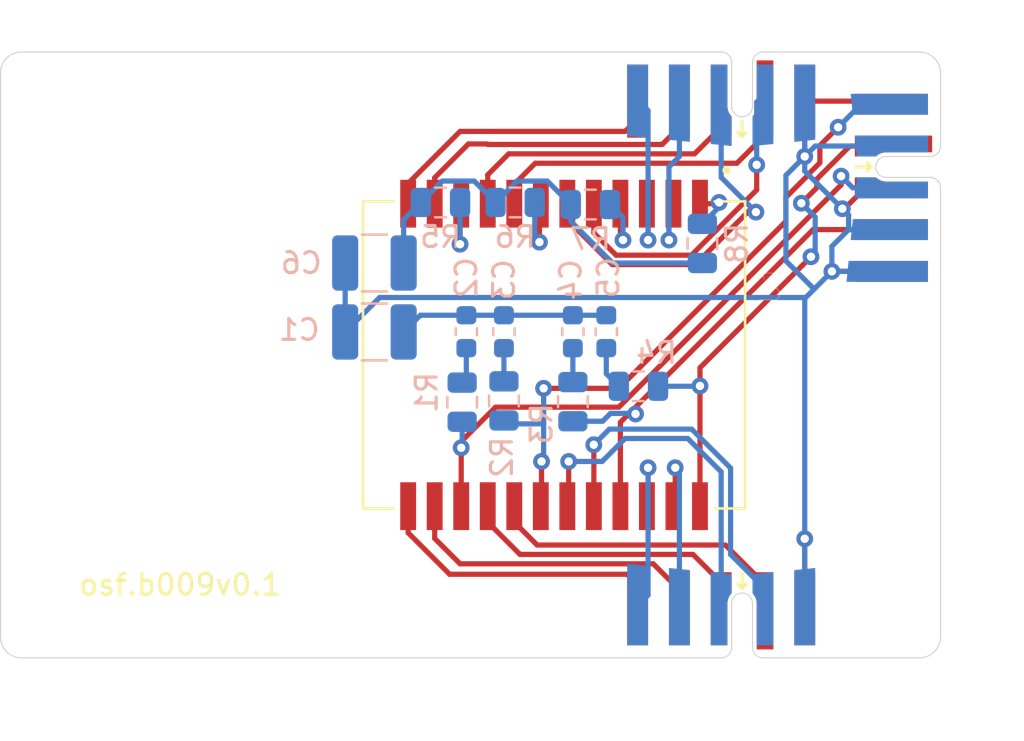
<source format=kicad_pcb>
(kicad_pcb (version 20211014) (generator pcbnew)
  (layers (0 "F.Cu" signal) (31 "B.Cu" signal) (34 "B.Paste" user) (35 "F.Paste" user) (36 "B.SilkS" user "B.Silkscreen") (37 "F.SilkS" user "F.Silkscreen") (38 "B.Mask" user) (39 "F.Mask" user) (44 "Edge.Cuts" user))
  (net 0 "")
  (net 1 "Earth")
  (net 2 "Net-(C3-Pad1)")
  (net 3 "Net-(C5-Pad1)")
  (net 4 "/CT_78")
  (net 5 "/CT_45")
  (net 6 "/CT_36")
  (net 7 "/CT_12")
  (net 8 "Net-(R5-Pad2)")
  (net 9 "Net-(C2-Pad2)")
  (net 10 "Net-(R1-Pad2)")
  (net 11 "Net-(R3-Pad2)")
  (net 12 "Net-(R5-Pad1)")
  (net 13 "Net-(U1-Pad17)")
  (net 14 "Net-(U1-Pad22)")
  (net 15 "Net-(U1-Pad23)")
  (net 16 "Net-(U1-Pad19)")
  (net 17 "Net-(U1-Pad16)")
  (net 18 "Net-(U1-Pad20)")
  (net 19 "Net-(U1-Pad13)")
  (net 20 "Net-(U1-Pad14)")
  (net 21 "Net-(U1-Pad8)")
  (net 22 "Net-(U1-Pad9)")
  (net 23 "Net-(U1-Pad2)")
  (net 24 "Net-(U1-Pad3)")
  (net 25 "Net-(U1-Pad5)")
  (net 26 "Net-(U1-Pad6)")
  (net 27 "Net-(U1-Pad12)")
  (net 28 "Net-(U1-Pad7)")
  (net 29 "Net-(U1-Pad4)")
  (net 30 "Net-(U1-Pad1)")
  (net 31 "Net-(U1-Pad11)")
  (footprint "parts:XFMR_7490220122" (layer "F.Cu") (at 112.5 84.5 -90)
    (fp_text reference "U1" (at -3.395 -10.325 90) (layer "F.SilkS") (effects (font (thickness 0.015))))
    (fp_text value "WE7490220122")
    (fp_line (start -7.35 -9.145) (end -7.35 -7.685) (layer "F.SilkS") (width 0.127))
    (fp_line (start 7.35 9.145) (end -7.35 9.145) (layer "F.SilkS") (width 0.127))
    (fp_line (start -7.35 -9.145) (end 7.35 -9.145) (layer "F.SilkS") (width 0.127))
    (fp_line (start 7.35 9.145) (end 7.35 7.685) (layer "F.SilkS") (width 0.127))
    (fp_line (start -7.35 7.685) (end -7.35 9.145) (layer "F.SilkS") (width 0.127))
    (fp_line (start 7.35 -7.685) (end 7.35 -9.145) (layer "F.SilkS") (width 0.127))
    (fp_circle (center -8.835 -8.255) (end -8.735 -8.255) (layer "F.SilkS") (width 0.2) (fill none))
    (pad "1" smd rect (at -7.24 -6.985 270) (size 2.29 0.76) (layers "F.Cu" "F.Paste" "F.Mask") (net 30 "Net-(U1-Pad1)"))
    (pad "2" smd rect (at -7.24 -5.715 270) (size 2.29 0.76) (layers "F.Cu" "F.Paste" "F.Mask") (net 23 "Net-(U1-Pad2)"))
    (pad "3" smd rect (at -7.24 -4.445 270) (size 2.29 0.76) (layers "F.Cu" "F.Paste" "F.Mask") (net 24 "Net-(U1-Pad3)"))
    (pad "4" smd rect (at -7.24 -3.175 270) (size 2.29 0.76) (layers "F.Cu" "F.Paste" "F.Mask") (net 29 "Net-(U1-Pad4)"))
    (pad "5" smd rect (at -7.24 -1.905 270) (size 2.29 0.76) (layers "F.Cu" "F.Paste" "F.Mask") (net 25 "Net-(U1-Pad5)"))
    (pad "6" smd rect (at -7.24 -0.635 270) (size 2.29 0.76) (layers "F.Cu" "F.Paste" "F.Mask") (net 26 "Net-(U1-Pad6)"))
    (pad "7" smd rect (at -7.24 0.635 270) (size 2.29 0.76) (layers "F.Cu" "F.Paste" "F.Mask") (net 28 "Net-(U1-Pad7)"))
    (pad "8" smd rect (at -7.24 1.905 270) (size 2.29 0.76) (layers "F.Cu" "F.Paste" "F.Mask") (net 21 "Net-(U1-Pad8)"))
    (pad "9" smd rect (at -7.24 3.175 270) (size 2.29 0.76) (layers "F.Cu" "F.Paste" "F.Mask") (net 22 "Net-(U1-Pad9)"))
    (pad "10" smd rect (at -7.24 4.445 270) (size 2.29 0.76) (layers "F.Cu" "F.Paste" "F.Mask") (net 8 "Net-(R5-Pad2)"))
    (pad "11" smd rect (at -7.24 5.715 270) (size 2.29 0.76) (layers "F.Cu" "F.Paste" "F.Mask") (net 31 "Net-(U1-Pad11)"))
    (pad "12" smd rect (at -7.24 6.985 270) (size 2.29 0.76) (layers "F.Cu" "F.Paste" "F.Mask") (net 27 "Net-(U1-Pad12)"))
    (pad "13" smd rect (at 7.24 6.985 270) (size 2.29 0.76) (layers "F.Cu" "F.Paste" "F.Mask") (net 19 "Net-(U1-Pad13)"))
    (pad "14" smd rect (at 7.24 5.715 270) (size 2.29 0.76) (layers "F.Cu" "F.Paste" "F.Mask") (net 20 "Net-(U1-Pad14)"))
    (pad "15" smd rect (at 7.24 4.445 270) (size 2.29 0.76) (layers "F.Cu" "F.Paste" "F.Mask") (net 4 "/CT_78"))
    (pad "16" smd rect (at 7.24 3.175 270) (size 2.29 0.76) (layers "F.Cu" "F.Paste" "F.Mask") (net 17 "Net-(U1-Pad16)"))
    (pad "17" smd rect (at 7.24 1.905 270) (size 2.29 0.76) (layers "F.Cu" "F.Paste" "F.Mask") (net 13 "Net-(U1-Pad17)"))
    (pad "18" smd rect (at 7.24 0.635 270) (size 2.29 0.76) (layers "F.Cu" "F.Paste" "F.Mask") (net 5 "/CT_45"))
    (pad "19" smd rect (at 7.24 -0.635 270) (size 2.29 0.76) (layers "F.Cu" "F.Paste" "F.Mask") (net 16 "Net-(U1-Pad19)"))
    (pad "20" smd rect (at 7.24 -1.905 270) (size 2.29 0.76) (layers "F.Cu" "F.Paste" "F.Mask") (net 18 "Net-(U1-Pad20)"))
    (pad "21" smd rect (at 7.24 -3.175 270) (size 2.29 0.76) (layers "F.Cu" "F.Paste" "F.Mask") (net 6 "/CT_36"))
    (pad "22" smd rect (at 7.24 -4.445 270) (size 2.29 0.76) (layers "F.Cu" "F.Paste" "F.Mask") (net 14 "Net-(U1-Pad22)"))
    (pad "23" smd rect (at 7.24 -5.715 270) (size 2.29 0.76) (layers "F.Cu" "F.Paste" "F.Mask") (net 15 "Net-(U1-Pad23)"))
    (pad "24" smd rect (at 7.24 -6.985 270) (size 2.29 0.76) (layers "F.Cu" "F.Paste" "F.Mask") (net 7 "/CT_12"))
  )
  (footprint "on_edge:on_edge_2x05_host" (layer "F.Cu") (at 120.5 99 180)
    (fp_text reference "J19")
    (fp_text value "009_1000BASE-T_2x5")
    (fp_line (start -1 3.323) (end -1.2 3.523) (layer "F.SilkS") (width 0.153))
    (fp_line (start -1 4.05) (end -1 3.323) (layer "F.SilkS") (width 0.153))
    (fp_line (start -0.8 3.523) (end -1 3.323) (layer "F.SilkS") (width 0.153))
    (fp_line (start 0 0) (end 4 0) (layer "Edge.Cuts") (width 0.05))
    (fp_line (start -0.5 2.6) (end -0.5 0.5) (layer "Edge.Cuts") (width 0.05))
    (fp_line (start -4 0) (end -2 0) (layer "Edge.Cuts") (width 0.05))
    (fp_line (start -1.5 0.5) (end -1.5 2.6) (layer "Edge.Cuts") (width 0.05))
    (fp_arc (start -0.5 2.6) (mid -1 3.1) (end -1.5 2.6) (layer "Edge.Cuts") (width 0.05))
    (fp_arc (start -0.5 0.5) (mid -0.353553 0.146447) (end 0 0) (layer "Edge.Cuts") (width 0.05))
    (fp_arc (start -2 0) (mid -1.646447 0.146447) (end -1.5 0.5) (layer "Edge.Cuts") (width 0.05))
    (pad "1" smd rect locked (at -4 2.35 180) (size 1 3.5) (layers "F.Cu" "F.Mask") (net 1 "Earth"))
    (pad "2" smd custom locked (at -2 3.6 180) (size 1 1) (layers "F.Cu" "F.Mask") (net 13 "Net-(U1-Pad17)") (options (clearance outline) (anchor rect)) (primitives (gr_poly (pts (xy 0.3 -0.99) (xy 0.31 -0.88) (xy 0.33 -0.8) (xy 0.35 -0.74) (xy 0.37 -0.69) (xy 0.4 -0.64) (xy 0.44 -0.58) (xy 0.48 -0.53) (xy 0.5 -0.51) (xy 0.5 0.5) (xy -0.5 0.5) (xy -0.5 -3.2) (xy 0.3 -3.2)) (width 0) (fill yes))))
    (pad "3" smd custom locked (at 0 3.6 180) (size 1 1) (layers "F.Cu" "F.Mask") (net 17 "Net-(U1-Pad16)") (options (clearance outline) (anchor rect)) (primitives (gr_poly (pts (xy 0.5 0.5) (xy -0.5 0.5) (xy -0.5 -0.51) (xy -0.48 -0.53) (xy -0.44 -0.58) (xy -0.4 -0.64) (xy -0.37 -0.69) (xy -0.35 -0.74) (xy -0.33 -0.8) (xy -0.31 -0.88) (xy -0.3 -0.99) (xy -0.3 -3) (xy 0.5 -3)) (width 0) (fill yes))))
    (pad "4" smd rect locked (at 2 2.35 180) (size 1 3.5) (layers "F.Cu" "F.Mask") (net 20 "Net-(U1-Pad14)"))
    (pad "5" smd rect locked (at 4 2.35 180) (size 1 3.5) (layers "F.Cu" "F.Mask") (net 19 "Net-(U1-Pad13)"))
    (pad "6" smd custom locked (at -4 2.4) (size 1 3.6) (layers "B.Cu" "B.Mask") (net 1 "Earth") (options (clearance outline) (anchor rect)) (primitives (gr_poly (pts (xy 0.5 -1.8) (xy -0.5 -1.8) (xy 0.5 -1.9)) (width 0) (fill yes))))
    (pad "7" smd custom locked (at -2 2.1) (size 0.4 0.4) (layers "B.Cu" "B.Mask") (net 18 "Net-(U1-Pad20)") (options (clearance outline) (anchor rect)) (primitives (gr_poly (pts (xy 0.5 1.5) (xy -0.3 1.5) (xy -0.3 -0.51) (xy -0.31 -0.62) (xy -0.33 -0.7) (xy -0.35 -0.76) (xy -0.37 -0.81) (xy -0.4 -0.86) (xy -0.44 -0.92) (xy -0.48 -0.97) (xy -0.5 -0.99) (xy -0.5 -1.9) (xy 0.5 -2)) (width 0) (fill yes))))
    (pad "8" smd custom locked (at 0 2.1) (size 0.4 0.4) (layers "B.Cu" "B.Mask") (net 16 "Net-(U1-Pad19)") (options (clearance outline) (anchor rect)) (primitives (gr_poly (pts (xy 0.5 -1.9) (xy 0.5 -0.99) (xy 0.48 -0.97) (xy 0.44 -0.92) (xy 0.4 -0.86) (xy 0.37 -0.81) (xy 0.35 -0.76) (xy 0.33 -0.7) (xy 0.31 -0.62) (xy 0.3 -0.51) (xy 0.3 1.5) (xy -0.5 1.5) (xy -0.5 -2)) (width 0) (fill yes))))
    (pad "9" smd custom locked (at 2 2.4) (size 1 3.6) (layers "B.Cu" "B.Mask") (net 15 "Net-(U1-Pad23)") (options (clearance outline) (anchor rect)) (primitives (gr_poly (pts (xy 0.5 -1.8) (xy -0.5 -1.8) (xy -0.5 -1.9)) (width 0) (fill yes))))
    (pad "10" smd custom locked (at 4 2.5) (size 1 3.8) (layers "B.Cu" "B.Mask") (net 14 "Net-(U1-Pad22)") (options (clearance outline) (anchor rect)) (primitives (gr_poly (pts (xy 0.5 -1.9) (xy -0.5 -1.9) (xy -0.5 -2)) (width 0) (fill yes))))
  )
  (footprint "on_edge:on_edge_2x05_host" (layer "F.Cu") (at 131 76.5 -90)
    (fp_text reference "J20")
    (fp_text value "004_BASE-T_CT_2x3")
    (fp_line (start -1 3.323) (end -1.2 3.523) (layer "F.SilkS") (width 0.153))
    (fp_line (start -0.8 3.523) (end -1 3.323) (layer "F.SilkS") (width 0.153))
    (fp_line (start -1 4.05) (end -1 3.323) (layer "F.SilkS") (width 0.153))
    (fp_line (start -1.5 0.5) (end -1.5 2.6) (layer "Edge.Cuts") (width 0.05))
    (fp_line (start 0 0) (end 4 0) (layer "Edge.Cuts") (width 0.05))
    (fp_line (start -0.5 2.6) (end -0.5 0.5) (layer "Edge.Cuts") (width 0.05))
    (fp_line (start -4 0) (end -2 0) (layer "Edge.Cuts") (width 0.05))
    (fp_arc (start -0.5 2.6) (mid -1 3.1) (end -1.5 2.6) (layer "Edge.Cuts") (width 0.05))
    (fp_arc (start -2 0) (mid -1.646447 0.146447) (end -1.5 0.5) (layer "Edge.Cuts") (width 0.05))
    (fp_arc (start -0.5 0.5) (mid -0.353553 0.146447) (end 0 0) (layer "Edge.Cuts") (width 0.05))
    (pad "1" smd rect locked (at -4 2.35 270) (size 1 3.5) (layers "F.Cu" "F.Mask") (net 1 "Earth"))
    (pad "2" smd custom locked (at -2 3.6 270) (size 1 1) (layers "F.Cu" "F.Mask") (net 7 "/CT_12") (options (clearance outline) (anchor rect)) (primitives (gr_poly (pts (xy 0.3 -0.99) (xy 0.31 -0.88) (xy 0.33 -0.8) (xy 0.35 -0.74) (xy 0.37 -0.69) (xy 0.4 -0.64) (xy 0.44 -0.58) (xy 0.48 -0.53) (xy 0.5 -0.51) (xy 0.5 0.5) (xy -0.5 0.5) (xy -0.5 -3.2) (xy 0.3 -3.2)) (width 0) (fill yes))))
    (pad "3" smd custom locked (at 0 3.6 270) (size 1 1) (layers "F.Cu" "F.Mask") (net 1 "Earth") (options (clearance outline) (anchor rect)) (primitives (gr_poly (pts (xy 0.5 0.5) (xy -0.5 0.5) (xy -0.5 -0.51) (xy -0.48 -0.53) (xy -0.44 -0.58) (xy -0.4 -0.64) (xy -0.37 -0.69) (xy -0.35 -0.74) (xy -0.33 -0.8) (xy -0.31 -0.88) (xy -0.3 -0.99) (xy -0.3 -3) (xy 0.5 -3)) (width 0) (fill yes))))
    (pad "4" smd rect locked (at 2 2.35 270) (size 1 3.5) (layers "F.Cu" "F.Mask") (net 6 "/CT_36"))
    (pad "5" smd rect locked (at 4 2.35 270) (size 1 3.5) (layers "F.Cu" "F.Mask") (net 1 "Earth"))
    (pad "6" smd custom locked (at -4 2.4 90) (size 1 3.6) (layers "B.Cu" "B.Mask") (net 5 "/CT_45") (options (clearance outline) (anchor rect)) (primitives (gr_poly (pts (xy 0.5 -1.8) (xy -0.5 -1.8) (xy 0.5 -1.9)) (width 0) (fill yes))))
    (pad "7" smd custom locked (at -2 2.1 90) (size 0.4 0.4) (layers "B.Cu" "B.Mask") (net 1 "Earth") (options (clearance outline) (anchor rect)) (primitives (gr_poly (pts (xy 0.5 1.5) (xy -0.3 1.5) (xy -0.3 -0.51) (xy -0.31 -0.62) (xy -0.33 -0.7) (xy -0.35 -0.76) (xy -0.37 -0.81) (xy -0.4 -0.86) (xy -0.44 -0.92) (xy -0.48 -0.97) (xy -0.5 -0.99) (xy -0.5 -1.9) (xy 0.5 -2)) (width 0) (fill yes))))
    (pad "8" smd custom locked (at 0 2.1 90) (size 0.4 0.4) (layers "B.Cu" "B.Mask") (net 4 "/CT_78") (options (clearance outline) (anchor rect)) (primitives (gr_poly (pts (xy 0.5 -1.9) (xy 0.5 -0.99) (xy 0.48 -0.97) (xy 0.44 -0.92) (xy 0.4 -0.86) (xy 0.37 -0.81) (xy 0.35 -0.76) (xy 0.33 -0.7) (xy 0.31 -0.62) (xy 0.3 -0.51) (xy 0.3 1.5) (xy -0.5 1.5) (xy -0.5 -2)) (width 0) (fill yes))))
    (pad "9" smd custom locked (at 2 2.4 90) (size 1 3.6) (layers "B.Cu" "B.Mask") (net 1 "Earth") (options (clearance outline) (anchor rect)) (primitives (gr_poly (pts (xy 0.5 -1.8) (xy -0.5 -1.8) (xy -0.5 -1.9)) (width 0) (fill yes))))
    (pad "10" smd custom locked (at 4 2.5 90) (size 1 3.8) (layers "B.Cu" "B.Mask") (net 1 "Earth") (options (clearance outline) (anchor rect)) (primitives (gr_poly (pts (xy 0.5 -1.9) (xy -0.5 -1.9) (xy -0.5 -2)) (width 0) (fill yes))))
  )
  (footprint "on_edge:on_edge_2x05_device" (layer "F.Cu") (at 120.5 70 180)
    (fp_text reference "J21")
    (fp_text value "009_1000BASE-T_2x5")
    (fp_line (start -1 -4.05) (end -0.8 -3.85) (layer "F.SilkS") (width 0.153))
    (fp_line (start -1.2 -3.85) (end -1 -4.05) (layer "F.SilkS") (width 0.153))
    (fp_line (start -1 -4.05) (end -1 -3.323) (layer "F.SilkS") (width 0.153))
    (fp_line (start -1.5 -2.6) (end -1.5 -0.5) (layer "Edge.Cuts") (width 0.05))
    (fp_line (start 0 0) (end 4 0) (layer "Edge.Cuts") (width 0.05))
    (fp_line (start -0.5 -0.5) (end -0.5 -2.6) (layer "Edge.Cuts") (width 0.05))
    (fp_line (start -4 0) (end -2 0) (layer "Edge.Cuts") (width 0.05))
    (fp_arc (start -1.5 -0.5) (mid -1.646447 -0.146447) (end -2 0) (layer "Edge.Cuts") (width 0.05))
    (fp_arc (start -1.5 -2.6) (mid -1 -3.1) (end -0.5 -2.6) (layer "Edge.Cuts") (width 0.05))
    (fp_arc (start 0 0) (mid -0.353553 -0.146447) (end -0.5 -0.5) (layer "Edge.Cuts") (width 0.05))
    (pad "1" smd rect locked (at -4 -2.35) (size 1 3.5) (layers "F.Cu" "F.Mask") (net 1 "Earth"))
    (pad "2" smd custom locked (at -2 -3.6 180) (size 1 1) (layers "F.Cu" "F.Mask") (net 21 "Net-(U1-Pad8)") (options (clearance outline) (anchor rect)) (primitives (gr_poly (pts (xy 0.5 0.52) (xy 0.48 0.54) (xy 0.44 0.59) (xy 0.4 0.65) (xy 0.37 0.7) (xy 0.35 0.75) (xy 0.33 0.81) (xy 0.31 0.89) (xy 0.3 1) (xy 0.3 3.2) (xy -0.5 3.2) (xy -0.5 -0.5) (xy 0.5 -0.5)) (width 0) (fill yes))))
    (pad "3" smd custom locked (at 0 -3.6 180) (size 1 1) (layers "F.Cu" "F.Mask") (net 22 "Net-(U1-Pad9)") (options (clearance outline) (anchor rect)) (primitives (gr_poly (pts (xy 0.5 3) (xy -0.3 3) (xy -0.3 1) (xy -0.31 0.89) (xy -0.33 0.81) (xy -0.35 0.75) (xy -0.37 0.7) (xy -0.4 0.65) (xy -0.44 0.59) (xy -0.48 0.54) (xy -0.5 0.52) (xy -0.5 -0.5) (xy 0.5 -0.5)) (width 0) (fill yes))))
    (pad "4" smd rect locked (at 2 -2.35) (size 1 3.5) (layers "F.Cu" "F.Mask") (net 31 "Net-(U1-Pad11)"))
    (pad "5" smd rect locked (at 4 -2.35) (size 1 3.5) (layers "F.Cu" "F.Mask") (net 27 "Net-(U1-Pad12)"))
    (pad "6" smd custom locked (at -4 -2.4 180) (size 1 3.6) (layers "B.Cu" "B.Mask") (net 1 "Earth") (options (clearance outline) (anchor rect)) (primitives (gr_poly (pts (xy 0.5 -1.8) (xy -0.5 -1.8) (xy 0.5 -1.9)) (width 0) (fill yes))))
    (pad "7" smd custom locked (at -2 -2.1 180) (size 0.4 0.4) (layers "B.Cu" "B.Mask") (net 25 "Net-(U1-Pad5)") (options (clearance outline) (anchor rect)) (primitives (gr_poly (pts (xy 0.5 -0.99) (xy 0.48 -0.97) (xy 0.44 -0.92) (xy 0.4 -0.86) (xy 0.37 -0.81) (xy 0.35 -0.76) (xy 0.33 -0.7) (xy 0.31 -0.62) (xy 0.3 -0.51) (xy 0.3 1.5) (xy -0.5 1.5) (xy -0.5 -2.3) (xy 0.5 -2.4)) (width 0) (fill yes))))
    (pad "8" smd custom locked (at 0 -2.1 180) (size 0.4 0.4) (layers "B.Cu" "B.Mask") (net 26 "Net-(U1-Pad6)") (options (clearance outline) (anchor rect)) (primitives (gr_poly (pts (xy 0.5 -2.3) (xy 0.5 1.5) (xy -0.3 1.5) (xy -0.3 -0.51) (xy -0.31 -0.62) (xy -0.33 -0.7) (xy -0.35 -0.76) (xy -0.37 -0.81) (xy -0.4 -0.86) (xy -0.44 -0.92) (xy -0.48 -0.97) (xy -0.5 -0.99) (xy -0.5 -2.4)) (width 0) (fill yes))))
    (pad "9" smd custom locked (at 2 -2.4 180) (size 1 3.6) (layers "B.Cu" "B.Mask") (net 23 "Net-(U1-Pad2)") (options (clearance outline) (anchor rect)) (primitives (gr_poly (pts (xy 0.5 -1.8) (xy -0.5 -1.8) (xy -0.5 -1.9)) (width 0) (fill yes))))
    (pad "10" smd custom locked (at 4 -2.3 180) (size 1 3.4) (layers "B.Cu" "B.Mask") (net 24 "Net-(U1-Pad3)") (options (clearance outline) (anchor rect)) (primitives (gr_poly (pts (xy 0.5 -1.7) (xy -0.5 -1.7) (xy -0.5 -1.8)) (width 0) (fill yes))))
  )
  (footprint "Capacitor_SMD:C_1210_3225Metric" (layer "B.Cu") (at 103.9 83.4)
    (fp_text reference "C1" (at -3.6 -0.1) (layer "B.SilkS") (effects (justify mirror)))
    (fp_text value "1nF_2kV")
    (fp_line (start -0.602064 1.36) (end 0.602064 1.36) (layer "B.SilkS") (width 0.12))
    (fp_line (start -0.602064 -1.36) (end 0.602064 -1.36) (layer "B.SilkS") (width 0.12))
    (pad "1" smd roundrect locked (at -1.4 0) (size 1.25 2.65) (layers "B.Cu" "B.Paste" "B.Mask") (roundrect_rratio 0.2) (net 1 "Earth"))
    (pad "2" smd roundrect locked (at 1.4 0) (size 1.25 2.65) (layers "B.Cu" "B.Paste" "B.Mask") (roundrect_rratio 0.2) (net 9 "Net-(C2-Pad2)"))
  )
  (footprint "Capacitor_SMD:C_0603_1608Metric" (layer "B.Cu") (at 108.3 83.3875 90)
    (fp_text reference "C2" (at 2.5875 0 90) (layer "B.SilkS") (effects (justify mirror)))
    (fp_text value "10nF_100V")
    (fp_line (start -0.162779 0.51) (end 0.162779 0.51) (layer "B.SilkS") (width 0.12))
    (fp_line (start -0.162779 -0.51) (end 0.162779 -0.51) (layer "B.SilkS") (width 0.12))
    (pad "1" smd roundrect locked (at -0.7875 0 90) (size 0.875 0.95) (layers "B.Cu" "B.Paste" "B.Mask") (net 10 "Net-(R1-Pad2)"))
    (pad "2" smd roundrect locked (at 0.7875 0 90) (size 0.875 0.95) (layers "B.Cu" "B.Paste" "B.Mask") (net 9 "Net-(C2-Pad2)"))
  )
  (footprint "Capacitor_SMD:C_0603_1608Metric" (layer "B.Cu") (at 110.1 83.3875 90)
    (fp_text reference "C3" (at 2.4875 0 90) (layer "B.SilkS") (effects (justify mirror)))
    (fp_text value "10nF_100V")
    (fp_line (start -0.162779 -0.51) (end 0.162779 -0.51) (layer "B.SilkS") (width 0.12))
    (fp_line (start -0.162779 0.51) (end 0.162779 0.51) (layer "B.SilkS") (width 0.12))
    (pad "1" smd roundrect locked (at -0.7875 0 90) (size 0.875 0.95) (layers "B.Cu" "B.Paste" "B.Mask") (net 2 "Net-(C3-Pad1)"))
    (pad "2" smd roundrect locked (at 0.7875 0 90) (size 0.875 0.95) (layers "B.Cu" "B.Paste" "B.Mask") (net 9 "Net-(C2-Pad2)"))
  )
  (footprint "Capacitor_SMD:C_0603_1608Metric" (layer "B.Cu") (at 113.4 83.3875 90)
    (fp_text reference "C4" (at 2.4875 -0.1 90) (layer "B.SilkS") (effects (justify mirror)))
    (fp_text value "10nF_100V")
    (fp_line (start -0.162779 0.51) (end 0.162779 0.51) (layer "B.SilkS") (width 0.12))
    (fp_line (start -0.162779 -0.51) (end 0.162779 -0.51) (layer "B.SilkS") (width 0.12))
    (pad "1" smd roundrect locked (at -0.7875 0 90) (size 0.875 0.95) (layers "B.Cu" "B.Paste" "B.Mask") (net 11 "Net-(R3-Pad2)"))
    (pad "2" smd roundrect locked (at 0.7875 0 90) (size 0.875 0.95) (layers "B.Cu" "B.Paste" "B.Mask") (net 9 "Net-(C2-Pad2)"))
  )
  (footprint "Capacitor_SMD:C_0603_1608Metric" (layer "B.Cu") (at 115 83.3875 90)
    (fp_text reference "C5" (at 2.5875 0.1 90) (layer "B.SilkS") (effects (justify mirror)))
    (fp_text value "10nF_100V")
    (fp_line (start -0.162779 0.51) (end 0.162779 0.51) (layer "B.SilkS") (width 0.12))
    (fp_line (start -0.162779 -0.51) (end 0.162779 -0.51) (layer "B.SilkS") (width 0.12))
    (pad "1" smd roundrect locked (at -0.7875 0 90) (size 0.875 0.95) (layers "B.Cu" "B.Paste" "B.Mask") (net 3 "Net-(C5-Pad1)"))
    (pad "2" smd roundrect locked (at 0.7875 0 90) (size 0.875 0.95) (layers "B.Cu" "B.Paste" "B.Mask") (net 9 "Net-(C2-Pad2)"))
  )
  (footprint "Capacitor_SMD:C_1210_3225Metric" (layer "B.Cu") (at 103.9 80.1)
    (fp_text reference "C6" (at -3.5 0) (layer "B.SilkS") (effects (justify mirror)))
    (fp_text value "1nF_2kV")
    (fp_line (start -0.602064 1.36) (end 0.602064 1.36) (layer "B.SilkS") (width 0.12))
    (fp_line (start -0.602064 -1.36) (end 0.602064 -1.36) (layer "B.SilkS") (width 0.12))
    (pad "1" smd roundrect locked (at -1.4 0) (size 1.25 2.65) (layers "B.Cu" "B.Paste" "B.Mask") (roundrect_rratio 0.2) (net 1 "Earth"))
    (pad "2" smd roundrect locked (at 1.4 0) (size 1.25 2.65) (layers "B.Cu" "B.Paste" "B.Mask") (roundrect_rratio 0.2) (net 12 "Net-(R5-Pad1)"))
  )
  (footprint "Resistor_SMD:R_0805_2012Metric" (layer "B.Cu") (at 108.1 86.7625 90)
    (fp_text reference "R1" (at 0.4625 -1.7 90) (layer "B.SilkS") (effects (justify mirror)))
    (fp_text value "75R")
    (fp_line (start -0.258578 0.71) (end 0.258578 0.71) (layer "B.SilkS") (width 0.12))
    (fp_line (start -0.258578 -0.71) (end 0.258578 -0.71) (layer "B.SilkS") (width 0.12))
    (pad "1" smd roundrect locked (at -0.9375 0 90) (size 0.975 1.4) (layers "B.Cu" "B.Paste" "B.Mask") (net 4 "/CT_78"))
    (pad "2" smd roundrect locked (at 0.9375 0 90) (size 0.975 1.4) (layers "B.Cu" "B.Paste" "B.Mask") (net 10 "Net-(R1-Pad2)"))
  )
  (footprint "Resistor_SMD:R_0805_2012Metric" (layer "B.Cu") (at 110.1 86.7 90)
    (fp_text reference "R2" (at -2.7 -0.1 90) (layer "B.SilkS") (effects (justify mirror)))
    (fp_text value "75R")
    (fp_line (start -0.258578 0.71) (end 0.258578 0.71) (layer "B.SilkS") (width 0.12))
    (fp_line (start -0.258578 -0.71) (end 0.258578 -0.71) (layer "B.SilkS") (width 0.12))
    (pad "1" smd roundrect locked (at -0.9375 0 90) (size 0.975 1.4) (layers "B.Cu" "B.Paste" "B.Mask") (net 5 "/CT_45"))
    (pad "2" smd roundrect locked (at 0.9375 0 90) (size 0.975 1.4) (layers "B.Cu" "B.Paste" "B.Mask") (net 2 "Net-(C3-Pad1)"))
  )
  (footprint "Resistor_SMD:R_0805_2012Metric" (layer "B.Cu") (at 113.4 86.7375 90)
    (fp_text reference "R3" (at -1.0625 -1.5 90) (layer "B.SilkS") (effects (justify mirror)))
    (fp_text value "75R")
    (fp_line (start -0.258578 -0.71) (end 0.258578 -0.71) (layer "B.SilkS") (width 0.12))
    (fp_line (start -0.258578 0.71) (end 0.258578 0.71) (layer "B.SilkS") (width 0.12))
    (pad "1" smd roundrect locked (at -0.9375 0 90) (size 0.975 1.4) (layers "B.Cu" "B.Paste" "B.Mask") (net 6 "/CT_36"))
    (pad "2" smd roundrect locked (at 0.9375 0 90) (size 0.975 1.4) (layers "B.Cu" "B.Paste" "B.Mask") (net 11 "Net-(R3-Pad2)"))
  )
  (footprint "Resistor_SMD:R_0805_2012Metric" (layer "B.Cu") (at 116.5375 86 180)
    (fp_text reference "R4" (at -0.8625 1.6) (layer "B.SilkS") (effects (justify mirror)))
    (fp_text value "75R")
    (fp_line (start -0.258578 -0.71) (end 0.258578 -0.71) (layer "B.SilkS") (width 0.12))
    (fp_line (start -0.258578 0.71) (end 0.258578 0.71) (layer "B.SilkS") (width 0.12))
    (pad "1" smd roundrect locked (at -0.9375 0 180) (size 0.975 1.4) (layers "B.Cu" "B.Paste" "B.Mask") (net 7 "/CT_12"))
    (pad "2" smd roundrect locked (at 0.9375 0 180) (size 0.975 1.4) (layers "B.Cu" "B.Paste" "B.Mask") (net 3 "Net-(C5-Pad1)"))
  )
  (footprint "Resistor_SMD:R_0805_2012Metric" (layer "B.Cu") (at 107.0625 77.2)
    (fp_text reference "R5" (at 0 1.65) (layer "B.SilkS") (effects (justify mirror)))
    (fp_text value "75R")
    (fp_line (start -0.258578 0.71) (end 0.258578 0.71) (layer "B.SilkS") (width 0.12))
    (fp_line (start -0.258578 -0.71) (end 0.258578 -0.71) (layer "B.SilkS") (width 0.12))
    (pad "1" smd roundrect locked (at -0.9375 0) (size 0.975 1.4) (layers "B.Cu" "B.Paste" "B.Mask") (net 12 "Net-(R5-Pad1)"))
    (pad "2" smd roundrect locked (at 0.9375 0) (size 0.975 1.4) (layers "B.Cu" "B.Paste" "B.Mask") (net 8 "Net-(R5-Pad2)"))
  )
  (footprint "Resistor_SMD:R_0805_2012Metric" (layer "B.Cu") (at 110.6375 77.2)
    (fp_text reference "R6" (at 0 1.65) (layer "B.SilkS") (effects (justify mirror)))
    (fp_text value "75R")
    (fp_line (start -0.258578 -0.71) (end 0.258578 -0.71) (layer "B.SilkS") (width 0.12))
    (fp_line (start -0.258578 0.71) (end 0.258578 0.71) (layer "B.SilkS") (width 0.12))
    (pad "1" smd roundrect locked (at -0.9375 0) (size 0.975 1.4) (layers "B.Cu" "B.Paste" "B.Mask") (net 12 "Net-(R5-Pad1)"))
    (pad "2" smd roundrect locked (at 0.9375 0) (size 0.975 1.4) (layers "B.Cu" "B.Paste" "B.Mask") (net 28 "Net-(U1-Pad7)"))
  )
  (footprint "Resistor_SMD:R_0805_2012Metric" (layer "B.Cu") (at 114.2375 77.3)
    (fp_text reference "R7" (at 0 1.65) (layer "B.SilkS") (effects (justify mirror)))
    (fp_text value "75R")
    (fp_line (start -0.258578 -0.71) (end 0.258578 -0.71) (layer "B.SilkS") (width 0.12))
    (fp_line (start -0.258578 0.71) (end 0.258578 0.71) (layer "B.SilkS") (width 0.12))
    (pad "1" smd roundrect locked (at -0.9375 0) (size 0.975 1.4) (layers "B.Cu" "B.Paste" "B.Mask") (net 12 "Net-(R5-Pad1)"))
    (pad "2" smd roundrect locked (at 0.9375 0) (size 0.975 1.4) (layers "B.Cu" "B.Paste" "B.Mask") (net 29 "Net-(U1-Pad4)"))
  )
  (footprint "Resistor_SMD:R_0805_2012Metric" (layer "B.Cu") (at 119.6 79.1625 90)
    (fp_text reference "R8" (at 0 1.65 90) (layer "B.SilkS") (effects (justify mirror)))
    (fp_text value "75R")
    (fp_line (start -0.258578 -0.71) (end 0.258578 -0.71) (layer "B.SilkS") (width 0.12))
    (fp_line (start -0.258578 0.71) (end 0.258578 0.71) (layer "B.SilkS") (width 0.12))
    (pad "1" smd roundrect locked (at -0.9375 0 90) (size 0.975 1.4) (layers "B.Cu" "B.Paste" "B.Mask") (net 12 "Net-(R5-Pad1)"))
    (pad "2" smd roundrect locked (at 0.9375 0 90) (size 0.975 1.4) (layers "B.Cu" "B.Paste" "B.Mask") (net 30 "Net-(U1-Pad1)"))
  )
  (gr_line (start 131 98) (end 131 80.75) (layer "Edge.Cuts") (width 0.05))
  (gr_line (start 131 72.5) (end 131 71) (layer "Edge.Cuts") (width 0.05))
  (gr_arc (start 86 71) (mid 86.292893 70.292893) (end 87 70) (layer "Edge.Cuts") (width 0.05))
  (gr_arc (start 130 70) (mid 130.707107 70.292893) (end 131 71) (layer "Edge.Cuts") (width 0.05))
  (gr_line (start 86 98) (end 86 71) (layer "Edge.Cuts") (width 0.05))
  (gr_line (start 124.5 99) (end 130 99) (layer "Edge.Cuts") (width 0.05))
  (gr_line (start 116.5 70) (end 87 70) (layer "Edge.Cuts") (width 0.05))
  (gr_line (start 87 99) (end 116.5 99) (layer "Edge.Cuts") (width 0.05))
  (gr_arc (start 131 98) (mid 130.707107 98.707107) (end 130 99) (layer "Edge.Cuts") (width 0.05))
  (gr_line (start 131 80.5) (end 131 81) (layer "Edge.Cuts") (width 0.05))
  (gr_arc (start 87 99) (mid 86.292893 98.707107) (end 86 98) (layer "Edge.Cuts") (width 0.05))
  (gr_line (start 130 70) (end 124.5 70) (layer "Edge.Cuts") (width 0.05))
  (gr_text "osf.b009v0.1" (at 94.6 95.5) (layer "F.SilkS") (effects (font (size 1 1))))
  (segment (start 126.4 77.5) (end 127.4 76.5) (width 0.25) (layer "F.Cu") (net 1))
  (segment (start 124.5 96.65) (end 124.5 93.3) (width 0.25) (layer "F.Cu") (net 1))
  (segment (start 124.5 72.35) (end 128.5 72.35) (width 0.25) (layer "F.Cu") (net 1))
  (segment (start 128.65 80.5) (end 125.8 80.5) (width 0.25) (layer "F.Cu") (net 1))
  (segment (start 124.5 75) (end 124.5 72.35) (width 0.25) (layer "F.Cu") (net 1))
  (segment (start 128.5 72.35) (end 128.65 72.5) (width 0.25) (layer "F.Cu") (net 1))
  (segment (start 126.3 77.5) (end 126.4 77.5) (width 0.25) (layer "F.Cu") (net 1))
  (via (at 126.3 77.5) (size 0.8) (drill 0.4) (layers "F.Cu" "B.Cu") (net 1))
  (via (at 124.5 93.3) (size 0.8) (drill 0.4) (layers "F.Cu" "B.Cu") (net 1))
  (via (at 124.5 75) (size 0.8) (drill 0.4) (layers "F.Cu" "B.Cu") (net 1))
  (via (at 125.8 80.5) (size 0.8) (drill 0.4) (layers "F.Cu" "B.Cu") (net 1))
  (segment (start 124.5 96.6) (end 124.5 93.3) (width 0.25) (layer "B.Cu") (net 1))
  (segment (start 125 81.3) (end 125.8 80.5) (width 0.25) (layer "B.Cu") (net 1))
  (segment (start 102.5 80.1) (end 102.5 83.4) (width 0.25) (layer "B.Cu") (net 1))
  (segment (start 124.5 75.7) (end 126.3 77.5) (width 0.25) (layer "B.Cu") (net 1))
  (segment (start 123.6 75.9) (end 123.6 80) (width 0.25) (layer "B.Cu") (net 1))
  (segment (start 124.5 75) (end 123.6 75.9) (width 0.25) (layer "B.Cu") (net 1))
  (segment (start 128.9 74.5) (end 125 74.5) (width 0.25) (layer "B.Cu") (net 1))
  (segment (start 124.45048 81.75048) (end 124.5 81.8) (width 0.25) (layer "B.Cu") (net 1))
  (segment (start 128.6 78.5) (end 126.6 78.5) (width 0.25) (layer "B.Cu") (net 1))
  (segment (start 125 74.5) (end 124.5 75) (width 0.25) (layer "B.Cu") (net 1))
  (segment (start 102.5 83.4) (end 104.14952 81.75048) (width 0.25) (layer "B.Cu") (net 1))
  (segment (start 125.8 80.5) (end 128.5 80.5) (width 0.25) (layer "B.Cu") (net 1))
  (segment (start 126.6 78.5) (end 125.8 79.3) (width 0.25) (layer "B.Cu") (net 1))
  (segment (start 126.6 78.5) (end 126.6 77.8) (width 0.25) (layer "B.Cu") (net 1))
  (segment (start 124.9 81.3) (end 125 81.3) (width 0.25) (layer "B.Cu") (net 1))
  (segment (start 124.5 75) (end 124.5 75.7) (width 0.25) (layer "B.Cu") (net 1))
  (segment (start 104.14952 81.75048) (end 124.45048 81.75048) (width 0.25) (layer "B.Cu") (net 1))
  (segment (start 124.5 72.4) (end 124.5 75) (width 0.25) (layer "B.Cu") (net 1))
  (segment (start 124.5 81.8) (end 125 81.3) (width 0.25) (layer "B.Cu") (net 1))
  (segment (start 125.8 79.3) (end 125.8 80.5) (width 0.25) (layer "B.Cu") (net 1))
  (segment (start 124.5 93.3) (end 124.5 81.8) (width 0.25) (layer "B.Cu") (net 1))
  (segment (start 123.6 80) (end 124.9 81.3) (width 0.25) (layer "B.Cu") (net 1))
  (segment (start 126.6 77.8) (end 126.3 77.5) (width 0.25) (layer "B.Cu") (net 1))
  (segment (start 110.1 84.175) (end 110.1 85.7625) (width 0.25) (layer "B.Cu") (net 2))
  (segment (start 115 85.4) (end 115.6 86) (width 0.25) (layer "B.Cu") (net 3))
  (segment (start 115 84.175) (end 115 85.4) (width 0.25) (layer "B.Cu") (net 3))
  (segment (start 108.055 88.945) (end 108.055 91.74) (width 0.25) (layer "F.Cu") (net 4))
  (segment (start 108.055 88.645) (end 108.055 88.945) (width 0.25) (layer "F.Cu") (net 4))
  (segment (start 115.6 87) (end 109.7 87) (width 0.25) (layer "F.Cu") (net 4))
  (segment (start 126.242465 75.942465) (end 126.242465 76.357535) (width 0.25) (layer "F.Cu") (net 4))
  (segment (start 109.7 87) (end 108.055 88.645) (width 0.25) (layer "F.Cu") (net 4))
  (segment (start 126.242465 76.357535) (end 115.6 87) (width 0.25) (layer "F.Cu") (net 4))
  (via (at 126.242465 75.942465) (size 0.8) (drill 0.4) (layers "F.Cu" "B.Cu") (net 4))
  (via (at 108.055 88.945) (size 0.8) (drill 0.4) (layers "F.Cu" "B.Cu") (net 4))
  (segment (start 108.1 87.7) (end 108.1 88.9) (width 0.25) (layer "B.Cu") (net 4))
  (segment (start 126.8 76.5) (end 128.9 76.5) (width 0.25) (layer "B.Cu") (net 4))
  (segment (start 126.242465 75.942465) (end 126.8 76.5) (width 0.25) (layer "B.Cu") (net 4))
  (segment (start 108.1 88.9) (end 108.055 88.945) (width 0.25) (layer "B.Cu") (net 4))
  (segment (start 123.6 78.1) (end 115.6 86.1) (width 0.25) (layer "F.Cu") (net 5))
  (segment (start 111.9 89.6) (end 111.9 91.705) (width 0.25) (layer "F.Cu") (net 5))
  (segment (start 124.624614 75.9) (end 124.624614 75.926174) (width 0.25) (layer "F.Cu") (net 5))
  (segment (start 125.224511 75.300103) (end 124.624614 75.9) (width 0.25) (layer "F.Cu") (net 5))
  (segment (start 123.6 76.950788) (end 123.6 78.1) (width 0.25) (layer "F.Cu") (net 5))
  (segment (start 111.9 91.705) (end 111.865 91.74) (width 0.25) (layer "F.Cu") (net 5))
  (segment (start 124.624614 75.926174) (end 123.6 76.950788) (width 0.25) (layer "F.Cu") (net 5))
  (segment (start 115.6 86.1) (end 112 86.1) (width 0.25) (layer "F.Cu") (net 5))
  (segment (start 125.224511 74.475489) (end 125.224511 75.300103) (width 0.25) (layer "F.Cu") (net 5))
  (segment (start 126.1 73.6) (end 125.224511 74.475489) (width 0.25) (layer "F.Cu") (net 5))
  (via (at 126.1 73.6) (size 0.8) (drill 0.4) (layers "F.Cu" "B.Cu") (net 5))
  (via (at 111.9 89.6) (size 0.8) (drill 0.4) (layers "F.Cu" "B.Cu") (net 5))
  (via (at 112 86.1) (size 0.8) (drill 0.4) (layers "F.Cu" "B.Cu") (net 5))
  (segment (start 127.2 72.5) (end 126.1 73.6) (width 0.25) (layer "B.Cu") (net 5))
  (segment (start 128.6 72.5) (end 127.2 72.5) (width 0.25) (layer "B.Cu") (net 5))
  (segment (start 112 89.5) (end 111.9 89.6) (width 0.25) (layer "B.Cu") (net 5))
  (segment (start 110.1 87.6375) (end 110.2625 87.8) (width 0.25) (layer "B.Cu") (net 5))
  (segment (start 112 87.8) (end 112 89.5) (width 0.25) (layer "B.Cu") (net 5))
  (segment (start 110.2625 87.8) (end 112 87.8) (width 0.25) (layer "B.Cu") (net 5))
  (segment (start 112 86.1) (end 112 87.8) (width 0.25) (layer "B.Cu") (net 5))
  (segment (start 124.9 78.5) (end 128.65 78.5) (width 0.25) (layer "F.Cu") (net 6))
  (segment (start 115.675 87.725) (end 124.9 78.5) (width 0.25) (layer "F.Cu") (net 6))
  (segment (start 115.675 91.74) (end 115.675 87.725) (width 0.25) (layer "F.Cu") (net 6))
  (via (at 116.4 87.32598) (size 0.8) (drill 0.4) (layers "F.Cu" "B.Cu") (net 6))
  (segment (start 115.2 87.3) (end 116.37402 87.3) (width 0.25) (layer "B.Cu") (net 6))
  (segment (start 116.37402 87.3) (end 116.4 87.32598) (width 0.25) (layer "B.Cu") (net 6))
  (segment (start 114.825 87.675) (end 115.2 87.3) (width 0.25) (layer "B.Cu") (net 6))
  (segment (start 113.4 87.675) (end 114.825 87.675) (width 0.25) (layer "B.Cu") (net 6))
  (segment (start 124.337701 77.237701) (end 125.074134 76.501268) (width 0.25) (layer "F.Cu") (net 7))
  (segment (start 125.074134 76.086198) (end 126.660332 74.5) (width 0.25) (layer "F.Cu") (net 7))
  (segment (start 125.074134 76.501268) (end 125.074134 76.086198) (width 0.25) (layer "F.Cu") (net 7))
  (segment (start 119.485 91.74) (end 119.485 85.985) (width 0.25) (layer "F.Cu") (net 7))
  (segment (start 119.485 85.115) (end 124.8 79.8) (width 0.25) (layer "F.Cu") (net 7))
  (segment (start 119.485 85.985) (end 119.485 85.115) (width 0.25) (layer "F.Cu") (net 7))
  (segment (start 126.660332 74.5) (end 127.4 74.5) (width 0.25) (layer "F.Cu") (net 7))
  (via (at 119.485 85.985) (size 0.8) (drill 0.4) (layers "F.Cu" "B.Cu") (net 7))
  (via (at 124.337701 77.237701) (size 0.8) (drill 0.4) (layers "F.Cu" "B.Cu") (net 7))
  (via (at 124.8 79.8) (size 0.8) (drill 0.4) (layers "F.Cu" "B.Cu") (net 7))
  (segment (start 119.47 86) (end 119.485 85.985) (width 0.25) (layer "B.Cu") (net 7))
  (segment (start 117.475 86) (end 119.47 86) (width 0.25) (layer "B.Cu") (net 7))
  (segment (start 125 77.9) (end 125 79.6) (width 0.25) (layer "B.Cu") (net 7))
  (segment (start 124.337701 77.237701) (end 125 77.9) (width 0.25) (layer "B.Cu") (net 7))
  (segment (start 125 79.6) (end 124.8 79.8) (width 0.25) (layer "B.Cu") (net 7))
  (segment (start 108 79.2) (end 108 77.315) (width 0.25) (layer "F.Cu") (net 8))
  (segment (start 108 77.315) (end 108.055 77.26) (width 0.25) (layer "F.Cu") (net 8))
  (via (at 108 79.2) (size 0.8) (drill 0.4) (layers "F.Cu" "B.Cu") (net 8))
  (segment (start 108 77.2) (end 108 79.2) (width 0.25) (layer "B.Cu") (net 8))
  (segment (start 108.3 82.6) (end 106.1 82.6) (width 0.25) (layer "B.Cu") (net 9))
  (segment (start 106.1 82.6) (end 105.3 83.4) (width 0.25) (layer "B.Cu") (net 9))
  (segment (start 110.1 82.6) (end 108.3 82.6) (width 0.25) (layer "B.Cu") (net 9))
  (segment (start 113.4 82.6) (end 110.1 82.6) (width 0.25) (layer "B.Cu") (net 9))
  (segment (start 115 82.6) (end 113.4 82.6) (width 0.25) (layer "B.Cu") (net 9))
  (segment (start 108.3 84.175) (end 108.3 85.625) (width 0.25) (layer "B.Cu") (net 10))
  (segment (start 108.3 85.625) (end 108.1 85.825) (width 0.25) (layer "B.Cu") (net 10))
  (segment (start 113.4 84.175) (end 113.4 85.8) (width 0.25) (layer "B.Cu") (net 11))
  (segment (start 110.72452 76.17548) (end 109.7 77.2) (width 0.25) (layer "B.Cu") (net 12))
  (segment (start 113.3 77.3) (end 112.17548 76.17548) (width 0.25) (layer "B.Cu") (net 12))
  (segment (start 115.3 80.1) (end 113.3 78.1) (width 0.25) (layer "B.Cu") (net 12))
  (segment (start 106.125 77.2) (end 107.14952 76.17548) (width 0.25) (layer "B.Cu") (net 12))
  (segment (start 108.67548 76.17548) (end 109.7 77.2) (width 0.25) (layer "B.Cu") (net 12))
  (segment (start 112.17548 76.17548) (end 110.72452 76.17548) (width 0.25) (layer "B.Cu") (net 12))
  (segment (start 105.3 80.1) (end 105.3 78.025) (width 0.25) (layer "B.Cu") (net 12))
  (segment (start 113.3 78.1) (end 113.3 77.3) (width 0.25) (layer "B.Cu") (net 12))
  (segment (start 105.3 78.025) (end 106.125 77.2) (width 0.25) (layer "B.Cu") (net 12))
  (segment (start 119.6 80.1) (end 115.3 80.1) (width 0.25) (layer "B.Cu") (net 12))
  (segment (start 107.14952 76.17548) (end 108.67548 76.17548) (width 0.25) (layer "B.Cu") (net 12))
  (segment (start 110.595 92.505) (end 111.69096 93.60096) (width 0.25) (layer "F.Cu") (net 13))
  (segment (start 110.595 91.74) (end 110.595 92.505) (width 0.25) (layer "F.Cu") (net 13))
  (segment (start 120.70096 93.60096) (end 122.5 95.4) (width 0.25) (layer "F.Cu") (net 13))
  (segment (start 111.69096 93.60096) (end 120.70096 93.60096) (width 0.25) (layer "F.Cu") (net 13))
  (segment (start 117 89.9) (end 117 91.685) (width 0.25) (layer "F.Cu") (net 14))
  (segment (start 117 91.685) (end 116.945 91.74) (width 0.25) (layer "F.Cu") (net 14))
  (via (at 117 89.9) (size 0.8) (drill 0.4) (layers "F.Cu" "B.Cu") (net 14))
  (segment (start 117 96) (end 117 89.9) (width 0.25) (layer "B.Cu") (net 14))
  (segment (start 116.5 96.5) (end 117 96) (width 0.25) (layer "B.Cu") (net 14))
  (segment (start 118.3 91.655) (end 118.215 91.74) (width 0.25) (layer "F.Cu") (net 15))
  (segment (start 118.3 89.9) (end 118.3 91.655) (width 0.25) (layer "F.Cu") (net 15))
  (via (at 118.3 89.9) (size 0.8) (drill 0.4) (layers "F.Cu" "B.Cu") (net 15))
  (segment (start 118.5 96.6) (end 118.5 90.1) (width 0.25) (layer "B.Cu") (net 15))
  (segment (start 118.5 90.1) (end 118.3 89.9) (width 0.25) (layer "B.Cu") (net 15))
  (segment (start 113.2 91.675) (end 113.135 91.74) (width 0.25) (layer "F.Cu") (net 16))
  (segment (start 113.2 89.6) (end 113.2 91.675) (width 0.25) (layer "F.Cu") (net 16))
  (via (at 113.2 89.6) (size 0.8) (drill 0.4) (layers "F.Cu" "B.Cu") (net 16))
  (segment (start 116.3 88.5) (end 115.9 88.5) (width 0.25) (layer "B.Cu") (net 16))
  (segment (start 119.4 89) (end 118.9 88.5) (width 0.25) (layer "B.Cu") (net 16))
  (segment (start 115.9 88.5) (end 114.9 89.5) (width 0.25) (layer "B.Cu") (net 16))
  (segment (start 120.5 96.9) (end 120.5 90.1) (width 0.25) (layer "B.Cu") (net 16))
  (segment (start 114.9 89.5) (end 114.8 89.6) (width 0.25) (layer "B.Cu") (net 16))
  (segment (start 114.8 89.6) (end 113.2 89.6) (width 0.25) (layer "B.Cu") (net 16))
  (segment (start 120.5 90.1) (end 119.4 89) (width 0.25) (layer "B.Cu") (net 16))
  (segment (start 118.9 88.5) (end 116.3 88.5) (width 0.25) (layer "B.Cu") (net 16))
  (segment (start 109.325 91.74) (end 109.325 92.505) (width 0.25) (layer "F.Cu") (net 17))
  (segment (start 119.15048 94.05048) (end 120.5 95.4) (width 0.25) (layer "F.Cu") (net 17))
  (segment (start 110.87048 94.05048) (end 119.15048 94.05048) (width 0.25) (layer "F.Cu") (net 17))
  (segment (start 109.325 92.505) (end 110.87048 94.05048) (width 0.25) (layer "F.Cu") (net 17))
  (segment (start 114.4 88.8) (end 114.405 88.805) (width 0.25) (layer "F.Cu") (net 18))
  (segment (start 114.405 88.805) (end 114.405 91.74) (width 0.25) (layer "F.Cu") (net 18))
  (via (at 114.4 88.8) (size 0.8) (drill 0.4) (layers "F.Cu" "B.Cu") (net 18))
  (segment (start 120.94952 89.913803) (end 119.086197 88.05048) (width 0.25) (layer "B.Cu") (net 18))
  (segment (start 120.94952 94.04952) (end 120.94952 89.913803) (width 0.25) (layer "B.Cu") (net 18))
  (segment (start 122.5 95.6) (end 120.94952 94.04952) (width 0.25) (layer "B.Cu") (net 18))
  (segment (start 119.086197 88.05048) (end 115.14952 88.05048) (width 0.25) (layer "B.Cu") (net 18))
  (segment (start 122.5 96.9) (end 122.5 95.6) (width 0.25) (layer "B.Cu") (net 18))
  (segment (start 115.14952 88.05048) (end 114.4 88.8) (width 0.25) (layer "B.Cu") (net 18))
  (segment (start 105.515 93.015) (end 105.515 91.74) (width 0.25) (layer "F.Cu") (net 19))
  (segment (start 116 95) (end 107.5 95) (width 0.25) (layer "F.Cu") (net 19))
  (segment (start 107.5 95) (end 105.515 93.015) (width 0.25) (layer "F.Cu") (net 19))
  (segment (start 116.5 96.65) (end 116.5 95.5) (width 0.25) (layer "F.Cu") (net 19))
  (segment (start 116.5 95.5) (end 116 95) (width 0.25) (layer "F.Cu") (net 19))
  (segment (start 108 94.5) (end 117.249022 94.5) (width 0.25) (layer "F.Cu") (net 20))
  (segment (start 106.785 91.74) (end 106.785 93.285) (width 0.25) (layer "F.Cu") (net 20))
  (segment (start 118.5 95.750978) (end 118.5 96.65) (width 0.25) (layer "F.Cu") (net 20))
  (segment (start 106.785 93.285) (end 108 94.5) (width 0.25) (layer "F.Cu") (net 20))
  (segment (start 117.249022 94.5) (end 118.5 95.750978) (width 0.25) (layer "F.Cu") (net 20))
  (segment (start 111.6 75.323551) (end 121.251835 75.323551) (width 0.25) (layer "F.Cu") (net 21))
  (segment (start 122.5 74.075386) (end 122.5 73.6) (width 0.25) (layer "F.Cu") (net 21))
  (segment (start 121.251835 75.323551) (end 122.5 74.075386) (width 0.25) (layer "F.Cu") (net 21))
  (segment (start 110.595 76.328551) (end 111.6 75.323551) (width 0.25) (layer "F.Cu") (net 21))
  (segment (start 110.595 77.26) (end 110.595 76.328551) (width 0.25) (layer "F.Cu") (net 21))
  (segment (start 110.325969 74.874031) (end 109.325 75.875) (width 0.25) (layer "F.Cu") (net 22))
  (segment (start 119.225969 74.874031) (end 110.325969 74.874031) (width 0.25) (layer "F.Cu") (net 22))
  (segment (start 109.325 75.875) (end 109.325 77.26) (width 0.25) (layer "F.Cu") (net 22))
  (segment (start 120.5 73.6) (end 119.225969 74.874031) (width 0.25) (layer "F.Cu") (net 22))
  (segment (start 118 77.475) (end 118.215 77.26) (width 0.25) (layer "F.Cu") (net 23))
  (segment (start 118 79) (end 118 77.475) (width 0.25) (layer "F.Cu") (net 23))
  (via (at 118 79) (size 0.8) (drill 0.4) (layers "F.Cu" "B.Cu") (net 23))
  (segment (start 118 75.5) (end 118 79) (width 0.25) (layer "B.Cu") (net 23))
  (segment (start 118.5 75) (end 118 75.5) (width 0.25) (layer "B.Cu") (net 23))
  (segment (start 118.5 72.4) (end 118.5 75) (width 0.25) (layer "B.Cu") (net 23))
  (segment (start 117 77.315) (end 116.945 77.26) (width 0.25) (layer "F.Cu") (net 24))
  (segment (start 117 79) (end 117 77.315) (width 0.25) (layer "F.Cu") (net 24))
  (via (at 117 79) (size 0.8) (drill 0.4) (layers "F.Cu" "B.Cu") (net 24))
  (segment (start 117 72.8) (end 117 79) (width 0.25) (layer "B.Cu") (net 24))
  (segment (start 116.5 72.3) (end 117 72.8) (width 0.25) (layer "B.Cu") (net 24))
  (segment (start 122.2 76.6) (end 122.2 75.4) (width 0.25) (layer "F.Cu") (net 25))
  (segment (start 115.470229 79.724511) (end 119.075489 79.724511) (width 0.25) (layer "F.Cu") (net 25))
  (segment (start 114.405 78.659282) (end 115.470229 79.724511) (width 0.25) (layer "F.Cu") (net 25))
  (segment (start 114.405 77.26) (end 114.405 78.659282) (width 0.25) (layer "F.Cu") (net 25))
  (segment (start 119.075489 79.724511) (end 122.2 76.6) (width 0.25) (layer "F.Cu") (net 25))
  (via (at 122.2 75.4) (size 0.8) (drill 0.4) (layers "F.Cu" "B.Cu") (net 25))
  (segment (start 122.2 75.4) (end 122.2 72.4) (width 0.25) (layer "B.Cu") (net 25))
  (segment (start 122.2 72.4) (end 122.5 72.1) (width 0.25) (layer "B.Cu") (net 25))
  (segment (start 113.135 77.26) (end 113.135 78.025) (width 0.25) (layer "F.Cu") (net 26))
  (segment (start 119.261687 80.174031) (end 121.867859 77.567859) (width 0.25) (layer "F.Cu") (net 26))
  (segment (start 121.867859 77.567859) (end 122.067859 77.567859) (width 0.25) (layer "F.Cu") (net 26))
  (segment (start 115.284031 80.174031) (end 119.261687 80.174031) (width 0.25) (layer "F.Cu") (net 26))
  (segment (start 113.135 78.025) (end 115.284031 80.174031) (width 0.25) (layer "F.Cu") (net 26))
  (segment (start 122.067859 77.567859) (end 122.162299 77.662299) (width 0.25) (layer "F.Cu") (net 26))
  (via (at 122.162299 77.662299) (size 0.8) (drill 0.4) (layers "F.Cu" "B.Cu") (net 26))
  (segment (start 120.5 76) (end 120.5 72.1) (width 0.25) (layer "B.Cu") (net 26))
  (segment (start 122.162299 77.662299) (end 120.5 76) (width 0.25) (layer "B.Cu") (net 26))
  (segment (start 116.5 73.2) (end 116.5 72.35) (width 0.25) (layer "F.Cu") (net 27))
  (segment (start 105.515 77.26) (end 105.515 76.285) (width 0.25) (layer "F.Cu") (net 27))
  (segment (start 115.9 73.8) (end 116.5 73.2) (width 0.25) (layer "F.Cu") (net 27))
  (segment (start 108 73.8) (end 115.9 73.8) (width 0.25) (layer "F.Cu") (net 27))
  (segment (start 105.515 76.285) (end 108 73.8) (width 0.25) (layer "F.Cu") (net 27))
  (segment (start 111.8 79.1) (end 111.8 77.325) (width 0.25) (layer "F.Cu") (net 28))
  (segment (start 111.8 77.325) (end 111.865 77.26) (width 0.25) (layer "F.Cu") (net 28))
  (via (at 111.8 79.1) (size 0.8) (drill 0.4) (layers "F.Cu" "B.Cu") (net 28))
  (segment (start 111.575 77.2) (end 111.575 78.875) (width 0.25) (layer "B.Cu") (net 28))
  (segment (start 111.575 78.875) (end 111.8 79.1) (width 0.25) (layer "B.Cu") (net 28))
  (segment (start 115.675 78.875) (end 115.8 79) (width 0.25) (layer "F.Cu") (net 29))
  (segment (start 115.675 77.26) (end 115.675 78.875) (width 0.25) (layer "F.Cu") (net 29))
  (via (at 115.8 79) (size 0.8) (drill 0.4) (layers "F.Cu" "B.Cu") (net 29))
  (segment (start 115.8 79) (end 115.8 77.925) (width 0.25) (layer "B.Cu") (net 29))
  (segment (start 115.8 77.925) (end 115.175 77.3) (width 0.25) (layer "B.Cu") (net 29))
  (segment (start 120.34 77.26) (end 120.4 77.2) (width 0.25) (layer "F.Cu") (net 30))
  (segment (start 119.485 77.26) (end 120.34 77.26) (width 0.25) (layer "F.Cu") (net 30))
  (via (at 120.4 77.2) (size 0.8) (drill 0.4) (layers "F.Cu" "B.Cu") (net 30))
  (segment (start 120.4 77.425) (end 119.6 78.225) (width 0.25) (layer "B.Cu") (net 30))
  (segment (start 120.4 77.2) (end 120.4 77.425) (width 0.25) (layer "B.Cu") (net 30))
  (segment (start 109.324511 74.424511) (end 109.3 74.4) (width 0.25) (layer "F.Cu") (net 31))
  (segment (start 117.675489 74.424511) (end 109.324511 74.424511) (width 0.25) (layer "F.Cu") (net 31))
  (segment (start 118.5 72.35) (end 118.5 73.6) (width 0.25) (layer "F.Cu") (net 31))
  (segment (start 109.3 74.4) (end 108.4 74.4) (width 0.25) (layer "F.Cu") (net 31))
  (segment (start 118.5 73.6) (end 117.675489 74.424511) (width 0.25) (layer "F.Cu") (net 31))
  (segment (start 106.785 76.015) (end 106.785 77.26) (width 0.25) (layer "F.Cu") (net 31))
  (segment (start 108.4 74.4) (end 106.785 76.015) (width 0.25) (layer "F.Cu") (net 31))
)
</source>
